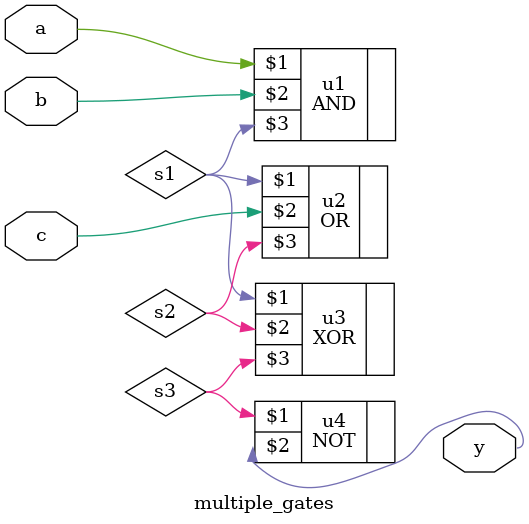
<source format=sv>

module multiple_gates(a, b, c, y);
  
  input  logic a, b, c;
  output logic y;

  logic s1,  s2, s3;

    AND u1(a,  b,  s1);
  
    OR  u2(s1, c,  s2);

    XOR u3(s1, s2, s3);
  
    NOT u4(s3, y);
    
endmodule

</source>
